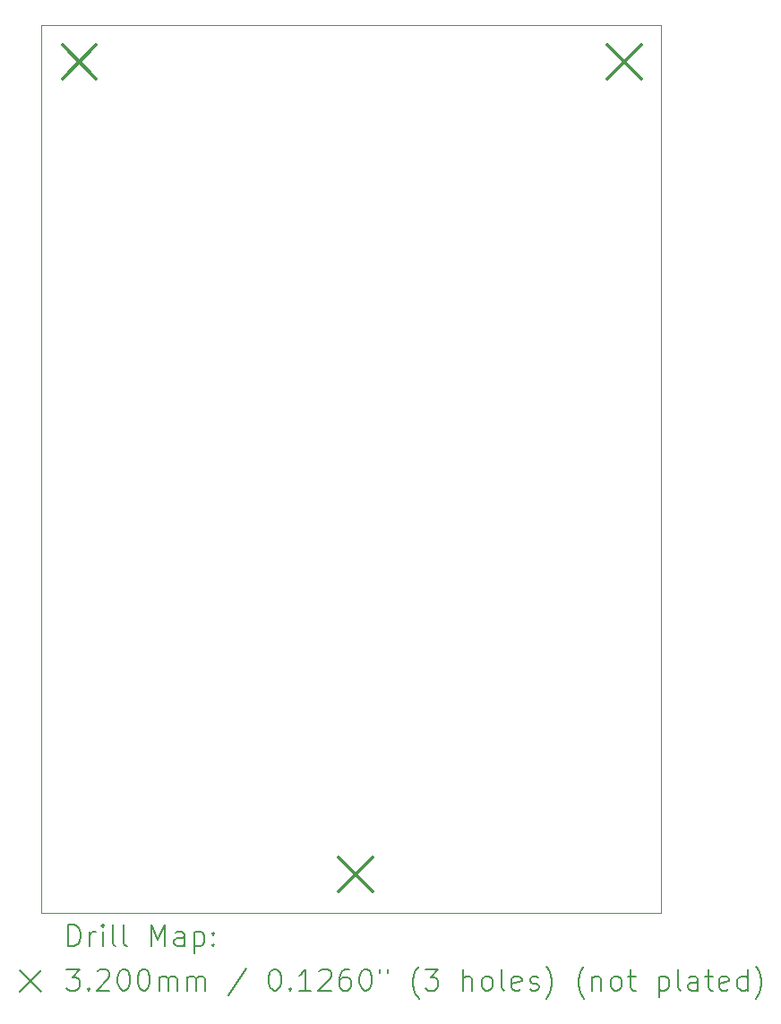
<source format=gbr>
%TF.GenerationSoftware,KiCad,Pcbnew,7.0.7*%
%TF.CreationDate,2024-05-19T18:37:28+02:00*%
%TF.ProjectId,Smart-mobility,536d6172-742d-46d6-9f62-696c6974792e,rev?*%
%TF.SameCoordinates,Original*%
%TF.FileFunction,Drillmap*%
%TF.FilePolarity,Positive*%
%FSLAX45Y45*%
G04 Gerber Fmt 4.5, Leading zero omitted, Abs format (unit mm)*
G04 Created by KiCad (PCBNEW 7.0.7) date 2024-05-19 18:37:28*
%MOMM*%
%LPD*%
G01*
G04 APERTURE LIST*
%ADD10C,0.100000*%
%ADD11C,0.200000*%
%ADD12C,0.320000*%
G04 APERTURE END LIST*
D10*
X4822000Y-3048000D02*
X10680000Y-3048000D01*
X10680000Y-11438000D01*
X4822000Y-11438000D01*
X4822000Y-3048000D01*
D11*
D12*
X5020000Y-3240000D02*
X5340000Y-3560000D01*
X5340000Y-3240000D02*
X5020000Y-3560000D01*
X7630000Y-10920000D02*
X7950000Y-11240000D01*
X7950000Y-10920000D02*
X7630000Y-11240000D01*
X10170000Y-3240000D02*
X10490000Y-3560000D01*
X10490000Y-3240000D02*
X10170000Y-3560000D01*
D11*
X5077777Y-11754484D02*
X5077777Y-11554484D01*
X5077777Y-11554484D02*
X5125396Y-11554484D01*
X5125396Y-11554484D02*
X5153967Y-11564008D01*
X5153967Y-11564008D02*
X5173015Y-11583055D01*
X5173015Y-11583055D02*
X5182539Y-11602103D01*
X5182539Y-11602103D02*
X5192063Y-11640198D01*
X5192063Y-11640198D02*
X5192063Y-11668769D01*
X5192063Y-11668769D02*
X5182539Y-11706865D01*
X5182539Y-11706865D02*
X5173015Y-11725912D01*
X5173015Y-11725912D02*
X5153967Y-11744960D01*
X5153967Y-11744960D02*
X5125396Y-11754484D01*
X5125396Y-11754484D02*
X5077777Y-11754484D01*
X5277777Y-11754484D02*
X5277777Y-11621150D01*
X5277777Y-11659246D02*
X5287301Y-11640198D01*
X5287301Y-11640198D02*
X5296824Y-11630674D01*
X5296824Y-11630674D02*
X5315872Y-11621150D01*
X5315872Y-11621150D02*
X5334920Y-11621150D01*
X5401586Y-11754484D02*
X5401586Y-11621150D01*
X5401586Y-11554484D02*
X5392063Y-11564008D01*
X5392063Y-11564008D02*
X5401586Y-11573531D01*
X5401586Y-11573531D02*
X5411110Y-11564008D01*
X5411110Y-11564008D02*
X5401586Y-11554484D01*
X5401586Y-11554484D02*
X5401586Y-11573531D01*
X5525396Y-11754484D02*
X5506348Y-11744960D01*
X5506348Y-11744960D02*
X5496824Y-11725912D01*
X5496824Y-11725912D02*
X5496824Y-11554484D01*
X5630158Y-11754484D02*
X5611110Y-11744960D01*
X5611110Y-11744960D02*
X5601586Y-11725912D01*
X5601586Y-11725912D02*
X5601586Y-11554484D01*
X5858729Y-11754484D02*
X5858729Y-11554484D01*
X5858729Y-11554484D02*
X5925396Y-11697341D01*
X5925396Y-11697341D02*
X5992062Y-11554484D01*
X5992062Y-11554484D02*
X5992062Y-11754484D01*
X6173015Y-11754484D02*
X6173015Y-11649722D01*
X6173015Y-11649722D02*
X6163491Y-11630674D01*
X6163491Y-11630674D02*
X6144443Y-11621150D01*
X6144443Y-11621150D02*
X6106348Y-11621150D01*
X6106348Y-11621150D02*
X6087301Y-11630674D01*
X6173015Y-11744960D02*
X6153967Y-11754484D01*
X6153967Y-11754484D02*
X6106348Y-11754484D01*
X6106348Y-11754484D02*
X6087301Y-11744960D01*
X6087301Y-11744960D02*
X6077777Y-11725912D01*
X6077777Y-11725912D02*
X6077777Y-11706865D01*
X6077777Y-11706865D02*
X6087301Y-11687817D01*
X6087301Y-11687817D02*
X6106348Y-11678293D01*
X6106348Y-11678293D02*
X6153967Y-11678293D01*
X6153967Y-11678293D02*
X6173015Y-11668769D01*
X6268253Y-11621150D02*
X6268253Y-11821150D01*
X6268253Y-11630674D02*
X6287301Y-11621150D01*
X6287301Y-11621150D02*
X6325396Y-11621150D01*
X6325396Y-11621150D02*
X6344443Y-11630674D01*
X6344443Y-11630674D02*
X6353967Y-11640198D01*
X6353967Y-11640198D02*
X6363491Y-11659246D01*
X6363491Y-11659246D02*
X6363491Y-11716388D01*
X6363491Y-11716388D02*
X6353967Y-11735436D01*
X6353967Y-11735436D02*
X6344443Y-11744960D01*
X6344443Y-11744960D02*
X6325396Y-11754484D01*
X6325396Y-11754484D02*
X6287301Y-11754484D01*
X6287301Y-11754484D02*
X6268253Y-11744960D01*
X6449205Y-11735436D02*
X6458729Y-11744960D01*
X6458729Y-11744960D02*
X6449205Y-11754484D01*
X6449205Y-11754484D02*
X6439682Y-11744960D01*
X6439682Y-11744960D02*
X6449205Y-11735436D01*
X6449205Y-11735436D02*
X6449205Y-11754484D01*
X6449205Y-11630674D02*
X6458729Y-11640198D01*
X6458729Y-11640198D02*
X6449205Y-11649722D01*
X6449205Y-11649722D02*
X6439682Y-11640198D01*
X6439682Y-11640198D02*
X6449205Y-11630674D01*
X6449205Y-11630674D02*
X6449205Y-11649722D01*
X4617000Y-11983000D02*
X4817000Y-12183000D01*
X4817000Y-11983000D02*
X4617000Y-12183000D01*
X5058729Y-11974484D02*
X5182539Y-11974484D01*
X5182539Y-11974484D02*
X5115872Y-12050674D01*
X5115872Y-12050674D02*
X5144444Y-12050674D01*
X5144444Y-12050674D02*
X5163491Y-12060198D01*
X5163491Y-12060198D02*
X5173015Y-12069722D01*
X5173015Y-12069722D02*
X5182539Y-12088769D01*
X5182539Y-12088769D02*
X5182539Y-12136388D01*
X5182539Y-12136388D02*
X5173015Y-12155436D01*
X5173015Y-12155436D02*
X5163491Y-12164960D01*
X5163491Y-12164960D02*
X5144444Y-12174484D01*
X5144444Y-12174484D02*
X5087301Y-12174484D01*
X5087301Y-12174484D02*
X5068253Y-12164960D01*
X5068253Y-12164960D02*
X5058729Y-12155436D01*
X5268253Y-12155436D02*
X5277777Y-12164960D01*
X5277777Y-12164960D02*
X5268253Y-12174484D01*
X5268253Y-12174484D02*
X5258729Y-12164960D01*
X5258729Y-12164960D02*
X5268253Y-12155436D01*
X5268253Y-12155436D02*
X5268253Y-12174484D01*
X5353967Y-11993531D02*
X5363491Y-11984008D01*
X5363491Y-11984008D02*
X5382539Y-11974484D01*
X5382539Y-11974484D02*
X5430158Y-11974484D01*
X5430158Y-11974484D02*
X5449205Y-11984008D01*
X5449205Y-11984008D02*
X5458729Y-11993531D01*
X5458729Y-11993531D02*
X5468253Y-12012579D01*
X5468253Y-12012579D02*
X5468253Y-12031627D01*
X5468253Y-12031627D02*
X5458729Y-12060198D01*
X5458729Y-12060198D02*
X5344444Y-12174484D01*
X5344444Y-12174484D02*
X5468253Y-12174484D01*
X5592063Y-11974484D02*
X5611110Y-11974484D01*
X5611110Y-11974484D02*
X5630158Y-11984008D01*
X5630158Y-11984008D02*
X5639682Y-11993531D01*
X5639682Y-11993531D02*
X5649205Y-12012579D01*
X5649205Y-12012579D02*
X5658729Y-12050674D01*
X5658729Y-12050674D02*
X5658729Y-12098293D01*
X5658729Y-12098293D02*
X5649205Y-12136388D01*
X5649205Y-12136388D02*
X5639682Y-12155436D01*
X5639682Y-12155436D02*
X5630158Y-12164960D01*
X5630158Y-12164960D02*
X5611110Y-12174484D01*
X5611110Y-12174484D02*
X5592063Y-12174484D01*
X5592063Y-12174484D02*
X5573015Y-12164960D01*
X5573015Y-12164960D02*
X5563491Y-12155436D01*
X5563491Y-12155436D02*
X5553967Y-12136388D01*
X5553967Y-12136388D02*
X5544444Y-12098293D01*
X5544444Y-12098293D02*
X5544444Y-12050674D01*
X5544444Y-12050674D02*
X5553967Y-12012579D01*
X5553967Y-12012579D02*
X5563491Y-11993531D01*
X5563491Y-11993531D02*
X5573015Y-11984008D01*
X5573015Y-11984008D02*
X5592063Y-11974484D01*
X5782539Y-11974484D02*
X5801586Y-11974484D01*
X5801586Y-11974484D02*
X5820634Y-11984008D01*
X5820634Y-11984008D02*
X5830158Y-11993531D01*
X5830158Y-11993531D02*
X5839682Y-12012579D01*
X5839682Y-12012579D02*
X5849205Y-12050674D01*
X5849205Y-12050674D02*
X5849205Y-12098293D01*
X5849205Y-12098293D02*
X5839682Y-12136388D01*
X5839682Y-12136388D02*
X5830158Y-12155436D01*
X5830158Y-12155436D02*
X5820634Y-12164960D01*
X5820634Y-12164960D02*
X5801586Y-12174484D01*
X5801586Y-12174484D02*
X5782539Y-12174484D01*
X5782539Y-12174484D02*
X5763491Y-12164960D01*
X5763491Y-12164960D02*
X5753967Y-12155436D01*
X5753967Y-12155436D02*
X5744443Y-12136388D01*
X5744443Y-12136388D02*
X5734920Y-12098293D01*
X5734920Y-12098293D02*
X5734920Y-12050674D01*
X5734920Y-12050674D02*
X5744443Y-12012579D01*
X5744443Y-12012579D02*
X5753967Y-11993531D01*
X5753967Y-11993531D02*
X5763491Y-11984008D01*
X5763491Y-11984008D02*
X5782539Y-11974484D01*
X5934920Y-12174484D02*
X5934920Y-12041150D01*
X5934920Y-12060198D02*
X5944443Y-12050674D01*
X5944443Y-12050674D02*
X5963491Y-12041150D01*
X5963491Y-12041150D02*
X5992063Y-12041150D01*
X5992063Y-12041150D02*
X6011110Y-12050674D01*
X6011110Y-12050674D02*
X6020634Y-12069722D01*
X6020634Y-12069722D02*
X6020634Y-12174484D01*
X6020634Y-12069722D02*
X6030158Y-12050674D01*
X6030158Y-12050674D02*
X6049205Y-12041150D01*
X6049205Y-12041150D02*
X6077777Y-12041150D01*
X6077777Y-12041150D02*
X6096824Y-12050674D01*
X6096824Y-12050674D02*
X6106348Y-12069722D01*
X6106348Y-12069722D02*
X6106348Y-12174484D01*
X6201586Y-12174484D02*
X6201586Y-12041150D01*
X6201586Y-12060198D02*
X6211110Y-12050674D01*
X6211110Y-12050674D02*
X6230158Y-12041150D01*
X6230158Y-12041150D02*
X6258729Y-12041150D01*
X6258729Y-12041150D02*
X6277777Y-12050674D01*
X6277777Y-12050674D02*
X6287301Y-12069722D01*
X6287301Y-12069722D02*
X6287301Y-12174484D01*
X6287301Y-12069722D02*
X6296824Y-12050674D01*
X6296824Y-12050674D02*
X6315872Y-12041150D01*
X6315872Y-12041150D02*
X6344443Y-12041150D01*
X6344443Y-12041150D02*
X6363491Y-12050674D01*
X6363491Y-12050674D02*
X6373015Y-12069722D01*
X6373015Y-12069722D02*
X6373015Y-12174484D01*
X6763491Y-11964960D02*
X6592063Y-12222103D01*
X7020634Y-11974484D02*
X7039682Y-11974484D01*
X7039682Y-11974484D02*
X7058729Y-11984008D01*
X7058729Y-11984008D02*
X7068253Y-11993531D01*
X7068253Y-11993531D02*
X7077777Y-12012579D01*
X7077777Y-12012579D02*
X7087301Y-12050674D01*
X7087301Y-12050674D02*
X7087301Y-12098293D01*
X7087301Y-12098293D02*
X7077777Y-12136388D01*
X7077777Y-12136388D02*
X7068253Y-12155436D01*
X7068253Y-12155436D02*
X7058729Y-12164960D01*
X7058729Y-12164960D02*
X7039682Y-12174484D01*
X7039682Y-12174484D02*
X7020634Y-12174484D01*
X7020634Y-12174484D02*
X7001586Y-12164960D01*
X7001586Y-12164960D02*
X6992063Y-12155436D01*
X6992063Y-12155436D02*
X6982539Y-12136388D01*
X6982539Y-12136388D02*
X6973015Y-12098293D01*
X6973015Y-12098293D02*
X6973015Y-12050674D01*
X6973015Y-12050674D02*
X6982539Y-12012579D01*
X6982539Y-12012579D02*
X6992063Y-11993531D01*
X6992063Y-11993531D02*
X7001586Y-11984008D01*
X7001586Y-11984008D02*
X7020634Y-11974484D01*
X7173015Y-12155436D02*
X7182539Y-12164960D01*
X7182539Y-12164960D02*
X7173015Y-12174484D01*
X7173015Y-12174484D02*
X7163491Y-12164960D01*
X7163491Y-12164960D02*
X7173015Y-12155436D01*
X7173015Y-12155436D02*
X7173015Y-12174484D01*
X7373015Y-12174484D02*
X7258729Y-12174484D01*
X7315872Y-12174484D02*
X7315872Y-11974484D01*
X7315872Y-11974484D02*
X7296825Y-12003055D01*
X7296825Y-12003055D02*
X7277777Y-12022103D01*
X7277777Y-12022103D02*
X7258729Y-12031627D01*
X7449206Y-11993531D02*
X7458729Y-11984008D01*
X7458729Y-11984008D02*
X7477777Y-11974484D01*
X7477777Y-11974484D02*
X7525396Y-11974484D01*
X7525396Y-11974484D02*
X7544444Y-11984008D01*
X7544444Y-11984008D02*
X7553967Y-11993531D01*
X7553967Y-11993531D02*
X7563491Y-12012579D01*
X7563491Y-12012579D02*
X7563491Y-12031627D01*
X7563491Y-12031627D02*
X7553967Y-12060198D01*
X7553967Y-12060198D02*
X7439682Y-12174484D01*
X7439682Y-12174484D02*
X7563491Y-12174484D01*
X7734920Y-11974484D02*
X7696825Y-11974484D01*
X7696825Y-11974484D02*
X7677777Y-11984008D01*
X7677777Y-11984008D02*
X7668253Y-11993531D01*
X7668253Y-11993531D02*
X7649206Y-12022103D01*
X7649206Y-12022103D02*
X7639682Y-12060198D01*
X7639682Y-12060198D02*
X7639682Y-12136388D01*
X7639682Y-12136388D02*
X7649206Y-12155436D01*
X7649206Y-12155436D02*
X7658729Y-12164960D01*
X7658729Y-12164960D02*
X7677777Y-12174484D01*
X7677777Y-12174484D02*
X7715872Y-12174484D01*
X7715872Y-12174484D02*
X7734920Y-12164960D01*
X7734920Y-12164960D02*
X7744444Y-12155436D01*
X7744444Y-12155436D02*
X7753967Y-12136388D01*
X7753967Y-12136388D02*
X7753967Y-12088769D01*
X7753967Y-12088769D02*
X7744444Y-12069722D01*
X7744444Y-12069722D02*
X7734920Y-12060198D01*
X7734920Y-12060198D02*
X7715872Y-12050674D01*
X7715872Y-12050674D02*
X7677777Y-12050674D01*
X7677777Y-12050674D02*
X7658729Y-12060198D01*
X7658729Y-12060198D02*
X7649206Y-12069722D01*
X7649206Y-12069722D02*
X7639682Y-12088769D01*
X7877777Y-11974484D02*
X7896825Y-11974484D01*
X7896825Y-11974484D02*
X7915872Y-11984008D01*
X7915872Y-11984008D02*
X7925396Y-11993531D01*
X7925396Y-11993531D02*
X7934920Y-12012579D01*
X7934920Y-12012579D02*
X7944444Y-12050674D01*
X7944444Y-12050674D02*
X7944444Y-12098293D01*
X7944444Y-12098293D02*
X7934920Y-12136388D01*
X7934920Y-12136388D02*
X7925396Y-12155436D01*
X7925396Y-12155436D02*
X7915872Y-12164960D01*
X7915872Y-12164960D02*
X7896825Y-12174484D01*
X7896825Y-12174484D02*
X7877777Y-12174484D01*
X7877777Y-12174484D02*
X7858729Y-12164960D01*
X7858729Y-12164960D02*
X7849206Y-12155436D01*
X7849206Y-12155436D02*
X7839682Y-12136388D01*
X7839682Y-12136388D02*
X7830158Y-12098293D01*
X7830158Y-12098293D02*
X7830158Y-12050674D01*
X7830158Y-12050674D02*
X7839682Y-12012579D01*
X7839682Y-12012579D02*
X7849206Y-11993531D01*
X7849206Y-11993531D02*
X7858729Y-11984008D01*
X7858729Y-11984008D02*
X7877777Y-11974484D01*
X8020634Y-11974484D02*
X8020634Y-12012579D01*
X8096825Y-11974484D02*
X8096825Y-12012579D01*
X8392063Y-12250674D02*
X8382539Y-12241150D01*
X8382539Y-12241150D02*
X8363491Y-12212579D01*
X8363491Y-12212579D02*
X8353968Y-12193531D01*
X8353968Y-12193531D02*
X8344444Y-12164960D01*
X8344444Y-12164960D02*
X8334920Y-12117341D01*
X8334920Y-12117341D02*
X8334920Y-12079246D01*
X8334920Y-12079246D02*
X8344444Y-12031627D01*
X8344444Y-12031627D02*
X8353968Y-12003055D01*
X8353968Y-12003055D02*
X8363491Y-11984008D01*
X8363491Y-11984008D02*
X8382539Y-11955436D01*
X8382539Y-11955436D02*
X8392063Y-11945912D01*
X8449206Y-11974484D02*
X8573015Y-11974484D01*
X8573015Y-11974484D02*
X8506349Y-12050674D01*
X8506349Y-12050674D02*
X8534920Y-12050674D01*
X8534920Y-12050674D02*
X8553968Y-12060198D01*
X8553968Y-12060198D02*
X8563491Y-12069722D01*
X8563491Y-12069722D02*
X8573015Y-12088769D01*
X8573015Y-12088769D02*
X8573015Y-12136388D01*
X8573015Y-12136388D02*
X8563491Y-12155436D01*
X8563491Y-12155436D02*
X8553968Y-12164960D01*
X8553968Y-12164960D02*
X8534920Y-12174484D01*
X8534920Y-12174484D02*
X8477777Y-12174484D01*
X8477777Y-12174484D02*
X8458730Y-12164960D01*
X8458730Y-12164960D02*
X8449206Y-12155436D01*
X8811111Y-12174484D02*
X8811111Y-11974484D01*
X8896825Y-12174484D02*
X8896825Y-12069722D01*
X8896825Y-12069722D02*
X8887301Y-12050674D01*
X8887301Y-12050674D02*
X8868253Y-12041150D01*
X8868253Y-12041150D02*
X8839682Y-12041150D01*
X8839682Y-12041150D02*
X8820634Y-12050674D01*
X8820634Y-12050674D02*
X8811111Y-12060198D01*
X9020634Y-12174484D02*
X9001587Y-12164960D01*
X9001587Y-12164960D02*
X8992063Y-12155436D01*
X8992063Y-12155436D02*
X8982539Y-12136388D01*
X8982539Y-12136388D02*
X8982539Y-12079246D01*
X8982539Y-12079246D02*
X8992063Y-12060198D01*
X8992063Y-12060198D02*
X9001587Y-12050674D01*
X9001587Y-12050674D02*
X9020634Y-12041150D01*
X9020634Y-12041150D02*
X9049206Y-12041150D01*
X9049206Y-12041150D02*
X9068253Y-12050674D01*
X9068253Y-12050674D02*
X9077777Y-12060198D01*
X9077777Y-12060198D02*
X9087301Y-12079246D01*
X9087301Y-12079246D02*
X9087301Y-12136388D01*
X9087301Y-12136388D02*
X9077777Y-12155436D01*
X9077777Y-12155436D02*
X9068253Y-12164960D01*
X9068253Y-12164960D02*
X9049206Y-12174484D01*
X9049206Y-12174484D02*
X9020634Y-12174484D01*
X9201587Y-12174484D02*
X9182539Y-12164960D01*
X9182539Y-12164960D02*
X9173015Y-12145912D01*
X9173015Y-12145912D02*
X9173015Y-11974484D01*
X9353968Y-12164960D02*
X9334920Y-12174484D01*
X9334920Y-12174484D02*
X9296825Y-12174484D01*
X9296825Y-12174484D02*
X9277777Y-12164960D01*
X9277777Y-12164960D02*
X9268253Y-12145912D01*
X9268253Y-12145912D02*
X9268253Y-12069722D01*
X9268253Y-12069722D02*
X9277777Y-12050674D01*
X9277777Y-12050674D02*
X9296825Y-12041150D01*
X9296825Y-12041150D02*
X9334920Y-12041150D01*
X9334920Y-12041150D02*
X9353968Y-12050674D01*
X9353968Y-12050674D02*
X9363492Y-12069722D01*
X9363492Y-12069722D02*
X9363492Y-12088769D01*
X9363492Y-12088769D02*
X9268253Y-12107817D01*
X9439682Y-12164960D02*
X9458730Y-12174484D01*
X9458730Y-12174484D02*
X9496825Y-12174484D01*
X9496825Y-12174484D02*
X9515873Y-12164960D01*
X9515873Y-12164960D02*
X9525396Y-12145912D01*
X9525396Y-12145912D02*
X9525396Y-12136388D01*
X9525396Y-12136388D02*
X9515873Y-12117341D01*
X9515873Y-12117341D02*
X9496825Y-12107817D01*
X9496825Y-12107817D02*
X9468253Y-12107817D01*
X9468253Y-12107817D02*
X9449206Y-12098293D01*
X9449206Y-12098293D02*
X9439682Y-12079246D01*
X9439682Y-12079246D02*
X9439682Y-12069722D01*
X9439682Y-12069722D02*
X9449206Y-12050674D01*
X9449206Y-12050674D02*
X9468253Y-12041150D01*
X9468253Y-12041150D02*
X9496825Y-12041150D01*
X9496825Y-12041150D02*
X9515873Y-12050674D01*
X9592063Y-12250674D02*
X9601587Y-12241150D01*
X9601587Y-12241150D02*
X9620634Y-12212579D01*
X9620634Y-12212579D02*
X9630158Y-12193531D01*
X9630158Y-12193531D02*
X9639682Y-12164960D01*
X9639682Y-12164960D02*
X9649206Y-12117341D01*
X9649206Y-12117341D02*
X9649206Y-12079246D01*
X9649206Y-12079246D02*
X9639682Y-12031627D01*
X9639682Y-12031627D02*
X9630158Y-12003055D01*
X9630158Y-12003055D02*
X9620634Y-11984008D01*
X9620634Y-11984008D02*
X9601587Y-11955436D01*
X9601587Y-11955436D02*
X9592063Y-11945912D01*
X9953968Y-12250674D02*
X9944444Y-12241150D01*
X9944444Y-12241150D02*
X9925396Y-12212579D01*
X9925396Y-12212579D02*
X9915873Y-12193531D01*
X9915873Y-12193531D02*
X9906349Y-12164960D01*
X9906349Y-12164960D02*
X9896825Y-12117341D01*
X9896825Y-12117341D02*
X9896825Y-12079246D01*
X9896825Y-12079246D02*
X9906349Y-12031627D01*
X9906349Y-12031627D02*
X9915873Y-12003055D01*
X9915873Y-12003055D02*
X9925396Y-11984008D01*
X9925396Y-11984008D02*
X9944444Y-11955436D01*
X9944444Y-11955436D02*
X9953968Y-11945912D01*
X10030158Y-12041150D02*
X10030158Y-12174484D01*
X10030158Y-12060198D02*
X10039682Y-12050674D01*
X10039682Y-12050674D02*
X10058730Y-12041150D01*
X10058730Y-12041150D02*
X10087301Y-12041150D01*
X10087301Y-12041150D02*
X10106349Y-12050674D01*
X10106349Y-12050674D02*
X10115873Y-12069722D01*
X10115873Y-12069722D02*
X10115873Y-12174484D01*
X10239682Y-12174484D02*
X10220634Y-12164960D01*
X10220634Y-12164960D02*
X10211111Y-12155436D01*
X10211111Y-12155436D02*
X10201587Y-12136388D01*
X10201587Y-12136388D02*
X10201587Y-12079246D01*
X10201587Y-12079246D02*
X10211111Y-12060198D01*
X10211111Y-12060198D02*
X10220634Y-12050674D01*
X10220634Y-12050674D02*
X10239682Y-12041150D01*
X10239682Y-12041150D02*
X10268254Y-12041150D01*
X10268254Y-12041150D02*
X10287301Y-12050674D01*
X10287301Y-12050674D02*
X10296825Y-12060198D01*
X10296825Y-12060198D02*
X10306349Y-12079246D01*
X10306349Y-12079246D02*
X10306349Y-12136388D01*
X10306349Y-12136388D02*
X10296825Y-12155436D01*
X10296825Y-12155436D02*
X10287301Y-12164960D01*
X10287301Y-12164960D02*
X10268254Y-12174484D01*
X10268254Y-12174484D02*
X10239682Y-12174484D01*
X10363492Y-12041150D02*
X10439682Y-12041150D01*
X10392063Y-11974484D02*
X10392063Y-12145912D01*
X10392063Y-12145912D02*
X10401587Y-12164960D01*
X10401587Y-12164960D02*
X10420634Y-12174484D01*
X10420634Y-12174484D02*
X10439682Y-12174484D01*
X10658730Y-12041150D02*
X10658730Y-12241150D01*
X10658730Y-12050674D02*
X10677777Y-12041150D01*
X10677777Y-12041150D02*
X10715873Y-12041150D01*
X10715873Y-12041150D02*
X10734920Y-12050674D01*
X10734920Y-12050674D02*
X10744444Y-12060198D01*
X10744444Y-12060198D02*
X10753968Y-12079246D01*
X10753968Y-12079246D02*
X10753968Y-12136388D01*
X10753968Y-12136388D02*
X10744444Y-12155436D01*
X10744444Y-12155436D02*
X10734920Y-12164960D01*
X10734920Y-12164960D02*
X10715873Y-12174484D01*
X10715873Y-12174484D02*
X10677777Y-12174484D01*
X10677777Y-12174484D02*
X10658730Y-12164960D01*
X10868254Y-12174484D02*
X10849206Y-12164960D01*
X10849206Y-12164960D02*
X10839682Y-12145912D01*
X10839682Y-12145912D02*
X10839682Y-11974484D01*
X11030158Y-12174484D02*
X11030158Y-12069722D01*
X11030158Y-12069722D02*
X11020635Y-12050674D01*
X11020635Y-12050674D02*
X11001587Y-12041150D01*
X11001587Y-12041150D02*
X10963492Y-12041150D01*
X10963492Y-12041150D02*
X10944444Y-12050674D01*
X11030158Y-12164960D02*
X11011111Y-12174484D01*
X11011111Y-12174484D02*
X10963492Y-12174484D01*
X10963492Y-12174484D02*
X10944444Y-12164960D01*
X10944444Y-12164960D02*
X10934920Y-12145912D01*
X10934920Y-12145912D02*
X10934920Y-12126865D01*
X10934920Y-12126865D02*
X10944444Y-12107817D01*
X10944444Y-12107817D02*
X10963492Y-12098293D01*
X10963492Y-12098293D02*
X11011111Y-12098293D01*
X11011111Y-12098293D02*
X11030158Y-12088769D01*
X11096825Y-12041150D02*
X11173015Y-12041150D01*
X11125396Y-11974484D02*
X11125396Y-12145912D01*
X11125396Y-12145912D02*
X11134920Y-12164960D01*
X11134920Y-12164960D02*
X11153968Y-12174484D01*
X11153968Y-12174484D02*
X11173015Y-12174484D01*
X11315873Y-12164960D02*
X11296825Y-12174484D01*
X11296825Y-12174484D02*
X11258730Y-12174484D01*
X11258730Y-12174484D02*
X11239682Y-12164960D01*
X11239682Y-12164960D02*
X11230158Y-12145912D01*
X11230158Y-12145912D02*
X11230158Y-12069722D01*
X11230158Y-12069722D02*
X11239682Y-12050674D01*
X11239682Y-12050674D02*
X11258730Y-12041150D01*
X11258730Y-12041150D02*
X11296825Y-12041150D01*
X11296825Y-12041150D02*
X11315873Y-12050674D01*
X11315873Y-12050674D02*
X11325396Y-12069722D01*
X11325396Y-12069722D02*
X11325396Y-12088769D01*
X11325396Y-12088769D02*
X11230158Y-12107817D01*
X11496825Y-12174484D02*
X11496825Y-11974484D01*
X11496825Y-12164960D02*
X11477777Y-12174484D01*
X11477777Y-12174484D02*
X11439682Y-12174484D01*
X11439682Y-12174484D02*
X11420634Y-12164960D01*
X11420634Y-12164960D02*
X11411111Y-12155436D01*
X11411111Y-12155436D02*
X11401587Y-12136388D01*
X11401587Y-12136388D02*
X11401587Y-12079246D01*
X11401587Y-12079246D02*
X11411111Y-12060198D01*
X11411111Y-12060198D02*
X11420634Y-12050674D01*
X11420634Y-12050674D02*
X11439682Y-12041150D01*
X11439682Y-12041150D02*
X11477777Y-12041150D01*
X11477777Y-12041150D02*
X11496825Y-12050674D01*
X11573015Y-12250674D02*
X11582539Y-12241150D01*
X11582539Y-12241150D02*
X11601587Y-12212579D01*
X11601587Y-12212579D02*
X11611111Y-12193531D01*
X11611111Y-12193531D02*
X11620634Y-12164960D01*
X11620634Y-12164960D02*
X11630158Y-12117341D01*
X11630158Y-12117341D02*
X11630158Y-12079246D01*
X11630158Y-12079246D02*
X11620634Y-12031627D01*
X11620634Y-12031627D02*
X11611111Y-12003055D01*
X11611111Y-12003055D02*
X11601587Y-11984008D01*
X11601587Y-11984008D02*
X11582539Y-11955436D01*
X11582539Y-11955436D02*
X11573015Y-11945912D01*
M02*

</source>
